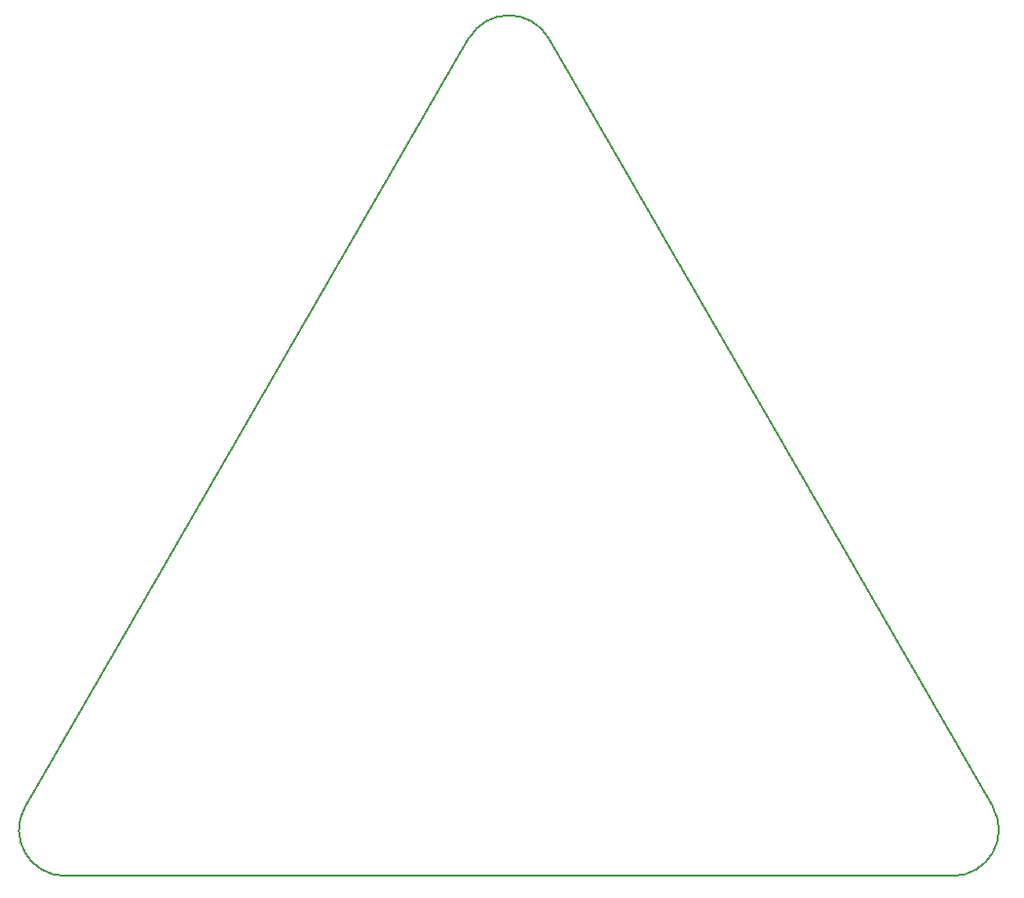
<source format=gbp>
G04*
G04 #@! TF.GenerationSoftware,Altium Limited,Altium Designer,19.0.12 (326)*
G04*
G04 Layer_Color=128*
%FSLAX44Y44*%
%MOMM*%
G71*
G01*
G75*
%ADD16C,0.1270*%
D16*
X-29238Y20553D02*
G03*
X5403Y-39447I34641J-20000D01*
G01*
X425762Y688636D02*
G03*
X356480Y688636I-34641J-20000D01*
G01*
X776839Y-39447D02*
G03*
X811480Y20553I0J40000D01*
G01*
X-29238D02*
X356480Y688636D01*
X425762D02*
X811480Y20553D01*
X434675Y-39447D02*
X776839D01*
X5403D02*
X434675D01*
M02*

</source>
